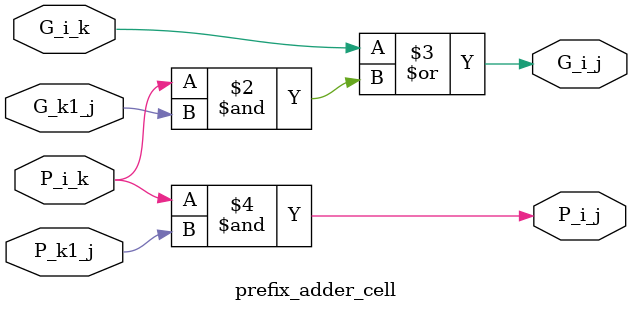
<source format=v>

`timescale 1ns / 1ps

module prefix_adder_cell(G_i_k, G_k1_j, P_i_k, P_k1_j,
                         G_i_j, P_i_j);

    input G_i_k, G_k1_j, P_i_k, P_k1_j;
    output reg G_i_j, P_i_j;

    always @(G_i_k, G_k1_j, P_i_k, P_k1_j) begin
        G_i_j <= G_i_k | (P_i_k & G_k1_j); // Equation 5.9.
        P_i_j <= P_i_k & P_k1_j;           // Equation 5.10.
    end

endmodule


</source>
